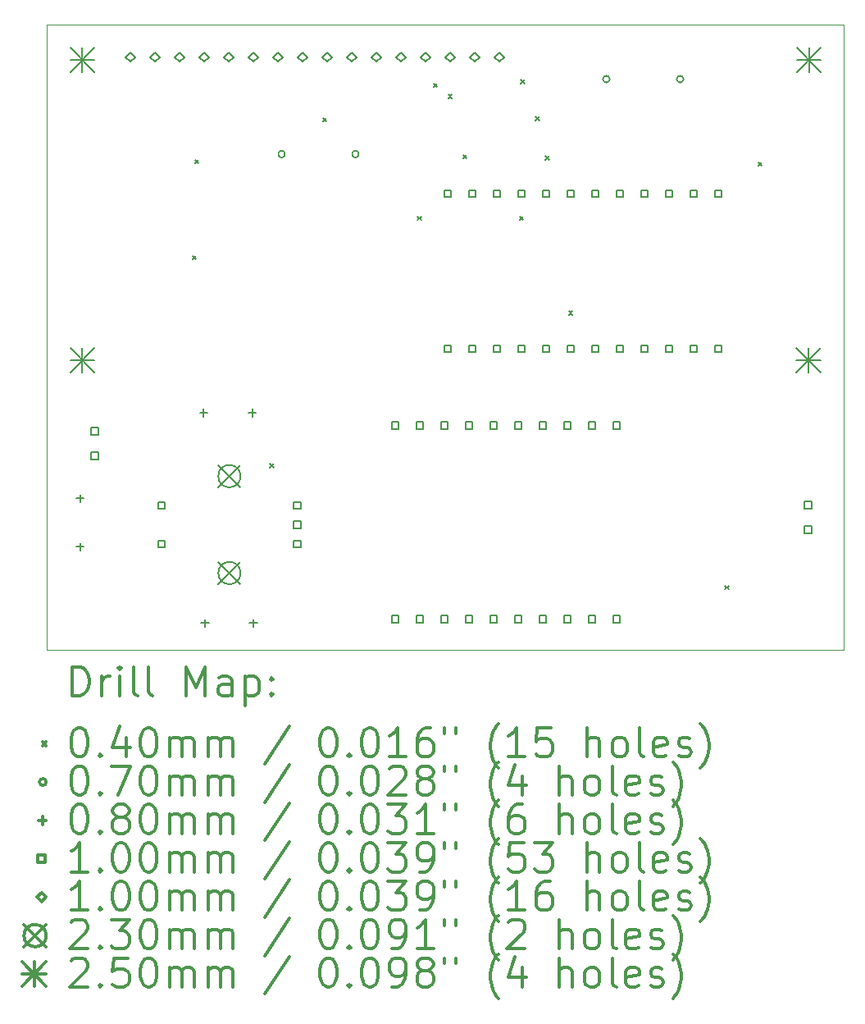
<source format=gbr>
%FSLAX45Y45*%
G04 Gerber Fmt 4.5, Leading zero omitted, Abs format (unit mm)*
G04 Created by KiCad (PCBNEW 4.0.4-stable) date 02/14/17 18:31:33*
%MOMM*%
%LPD*%
G01*
G04 APERTURE LIST*
%ADD10C,0.127000*%
%ADD11C,0.100000*%
%ADD12C,0.200000*%
%ADD13C,0.300000*%
G04 APERTURE END LIST*
D10*
D11*
X10731500Y-13169900D02*
X10731500Y-6718300D01*
X18961100Y-13169900D02*
X10731500Y-13169900D01*
X18961100Y-6718300D02*
X18961100Y-13169900D01*
X10731500Y-6718300D02*
X18961100Y-6718300D01*
D12*
X12235500Y-9098600D02*
X12275500Y-9138600D01*
X12275500Y-9098600D02*
X12235500Y-9138600D01*
X12260900Y-8108000D02*
X12300900Y-8148000D01*
X12300900Y-8108000D02*
X12260900Y-8148000D01*
X13035600Y-11244900D02*
X13075600Y-11284900D01*
X13075600Y-11244900D02*
X13035600Y-11284900D01*
X13581700Y-7676200D02*
X13621700Y-7716200D01*
X13621700Y-7676200D02*
X13581700Y-7716200D01*
X14559600Y-8692200D02*
X14599600Y-8732200D01*
X14599600Y-8692200D02*
X14559600Y-8732200D01*
X14724700Y-7320600D02*
X14764700Y-7360600D01*
X14764700Y-7320600D02*
X14724700Y-7360600D01*
X14877100Y-7434900D02*
X14917100Y-7474900D01*
X14917100Y-7434900D02*
X14877100Y-7474900D01*
X15029500Y-8057200D02*
X15069500Y-8097200D01*
X15069500Y-8057200D02*
X15029500Y-8097200D01*
X15613700Y-8692200D02*
X15653700Y-8732200D01*
X15653700Y-8692200D02*
X15613700Y-8732200D01*
X15626400Y-7282500D02*
X15666400Y-7322500D01*
X15666400Y-7282500D02*
X15626400Y-7322500D01*
X15778800Y-7663500D02*
X15818800Y-7703500D01*
X15818800Y-7663500D02*
X15778800Y-7703500D01*
X15880400Y-8069900D02*
X15920400Y-8109900D01*
X15920400Y-8069900D02*
X15880400Y-8109900D01*
X16121700Y-9670100D02*
X16161700Y-9710100D01*
X16161700Y-9670100D02*
X16121700Y-9710100D01*
X17734600Y-12502200D02*
X17774600Y-12542200D01*
X17774600Y-12502200D02*
X17734600Y-12542200D01*
X18077500Y-8133400D02*
X18117500Y-8173400D01*
X18117500Y-8133400D02*
X18077500Y-8173400D01*
X13192200Y-8051800D02*
G75*
G03X13192200Y-8051800I-35000J0D01*
G01*
X13954200Y-8051800D02*
G75*
G03X13954200Y-8051800I-35000J0D01*
G01*
X16545000Y-7277100D02*
G75*
G03X16545000Y-7277100I-35000J0D01*
G01*
X17307000Y-7277100D02*
G75*
G03X17307000Y-7277100I-35000J0D01*
G01*
X11074400Y-11563100D02*
X11074400Y-11643100D01*
X11034400Y-11603100D02*
X11114400Y-11603100D01*
X11074400Y-12063100D02*
X11074400Y-12143100D01*
X11034400Y-12103100D02*
X11114400Y-12103100D01*
X12352400Y-10678800D02*
X12352400Y-10758800D01*
X12312400Y-10718800D02*
X12392400Y-10718800D01*
X12365100Y-12850500D02*
X12365100Y-12930500D01*
X12325100Y-12890500D02*
X12405100Y-12890500D01*
X12852400Y-10678800D02*
X12852400Y-10758800D01*
X12812400Y-10718800D02*
X12892400Y-10718800D01*
X12865100Y-12850500D02*
X12865100Y-12930500D01*
X12825100Y-12890500D02*
X12905100Y-12890500D01*
X11262156Y-10944656D02*
X11262156Y-10873944D01*
X11191444Y-10873944D01*
X11191444Y-10944656D01*
X11262156Y-10944656D01*
X11262156Y-11198656D02*
X11262156Y-11127944D01*
X11191444Y-11127944D01*
X11191444Y-11198656D01*
X11262156Y-11198656D01*
X11952856Y-11709856D02*
X11952856Y-11639144D01*
X11882144Y-11639144D01*
X11882144Y-11709856D01*
X11952856Y-11709856D01*
X11952856Y-12109856D02*
X11952856Y-12039144D01*
X11882144Y-12039144D01*
X11882144Y-12109856D01*
X11952856Y-12109856D01*
X13352856Y-11709856D02*
X13352856Y-11639144D01*
X13282144Y-11639144D01*
X13282144Y-11709856D01*
X13352856Y-11709856D01*
X13352856Y-11909856D02*
X13352856Y-11839144D01*
X13282144Y-11839144D01*
X13282144Y-11909856D01*
X13352856Y-11909856D01*
X13352856Y-12109856D02*
X13352856Y-12039144D01*
X13282144Y-12039144D01*
X13282144Y-12109856D01*
X13352856Y-12109856D01*
X14362556Y-10886056D02*
X14362556Y-10815344D01*
X14291844Y-10815344D01*
X14291844Y-10886056D01*
X14362556Y-10886056D01*
X14362556Y-12886056D02*
X14362556Y-12815344D01*
X14291844Y-12815344D01*
X14291844Y-12886056D01*
X14362556Y-12886056D01*
X14616556Y-10886056D02*
X14616556Y-10815344D01*
X14545844Y-10815344D01*
X14545844Y-10886056D01*
X14616556Y-10886056D01*
X14616556Y-12886056D02*
X14616556Y-12815344D01*
X14545844Y-12815344D01*
X14545844Y-12886056D01*
X14616556Y-12886056D01*
X14870556Y-10886056D02*
X14870556Y-10815344D01*
X14799844Y-10815344D01*
X14799844Y-10886056D01*
X14870556Y-10886056D01*
X14870556Y-12886056D02*
X14870556Y-12815344D01*
X14799844Y-12815344D01*
X14799844Y-12886056D01*
X14870556Y-12886056D01*
X14907056Y-8493656D02*
X14907056Y-8422944D01*
X14836344Y-8422944D01*
X14836344Y-8493656D01*
X14907056Y-8493656D01*
X14907056Y-10093656D02*
X14907056Y-10022944D01*
X14836344Y-10022944D01*
X14836344Y-10093656D01*
X14907056Y-10093656D01*
X15124556Y-10886056D02*
X15124556Y-10815344D01*
X15053844Y-10815344D01*
X15053844Y-10886056D01*
X15124556Y-10886056D01*
X15124556Y-12886056D02*
X15124556Y-12815344D01*
X15053844Y-12815344D01*
X15053844Y-12886056D01*
X15124556Y-12886056D01*
X15161056Y-8493656D02*
X15161056Y-8422944D01*
X15090344Y-8422944D01*
X15090344Y-8493656D01*
X15161056Y-8493656D01*
X15161056Y-10093656D02*
X15161056Y-10022944D01*
X15090344Y-10022944D01*
X15090344Y-10093656D01*
X15161056Y-10093656D01*
X15378556Y-10886056D02*
X15378556Y-10815344D01*
X15307844Y-10815344D01*
X15307844Y-10886056D01*
X15378556Y-10886056D01*
X15378556Y-12886056D02*
X15378556Y-12815344D01*
X15307844Y-12815344D01*
X15307844Y-12886056D01*
X15378556Y-12886056D01*
X15415056Y-8493656D02*
X15415056Y-8422944D01*
X15344344Y-8422944D01*
X15344344Y-8493656D01*
X15415056Y-8493656D01*
X15415056Y-10093656D02*
X15415056Y-10022944D01*
X15344344Y-10022944D01*
X15344344Y-10093656D01*
X15415056Y-10093656D01*
X15632556Y-10886056D02*
X15632556Y-10815344D01*
X15561844Y-10815344D01*
X15561844Y-10886056D01*
X15632556Y-10886056D01*
X15632556Y-12886056D02*
X15632556Y-12815344D01*
X15561844Y-12815344D01*
X15561844Y-12886056D01*
X15632556Y-12886056D01*
X15669056Y-8493656D02*
X15669056Y-8422944D01*
X15598344Y-8422944D01*
X15598344Y-8493656D01*
X15669056Y-8493656D01*
X15669056Y-10093656D02*
X15669056Y-10022944D01*
X15598344Y-10022944D01*
X15598344Y-10093656D01*
X15669056Y-10093656D01*
X15886556Y-10886056D02*
X15886556Y-10815344D01*
X15815844Y-10815344D01*
X15815844Y-10886056D01*
X15886556Y-10886056D01*
X15886556Y-12886056D02*
X15886556Y-12815344D01*
X15815844Y-12815344D01*
X15815844Y-12886056D01*
X15886556Y-12886056D01*
X15923056Y-8493656D02*
X15923056Y-8422944D01*
X15852344Y-8422944D01*
X15852344Y-8493656D01*
X15923056Y-8493656D01*
X15923056Y-10093656D02*
X15923056Y-10022944D01*
X15852344Y-10022944D01*
X15852344Y-10093656D01*
X15923056Y-10093656D01*
X16140556Y-10886056D02*
X16140556Y-10815344D01*
X16069844Y-10815344D01*
X16069844Y-10886056D01*
X16140556Y-10886056D01*
X16140556Y-12886056D02*
X16140556Y-12815344D01*
X16069844Y-12815344D01*
X16069844Y-12886056D01*
X16140556Y-12886056D01*
X16177056Y-8493656D02*
X16177056Y-8422944D01*
X16106344Y-8422944D01*
X16106344Y-8493656D01*
X16177056Y-8493656D01*
X16177056Y-10093656D02*
X16177056Y-10022944D01*
X16106344Y-10022944D01*
X16106344Y-10093656D01*
X16177056Y-10093656D01*
X16394556Y-10886056D02*
X16394556Y-10815344D01*
X16323844Y-10815344D01*
X16323844Y-10886056D01*
X16394556Y-10886056D01*
X16394556Y-12886056D02*
X16394556Y-12815344D01*
X16323844Y-12815344D01*
X16323844Y-12886056D01*
X16394556Y-12886056D01*
X16431056Y-8493656D02*
X16431056Y-8422944D01*
X16360344Y-8422944D01*
X16360344Y-8493656D01*
X16431056Y-8493656D01*
X16431056Y-10093656D02*
X16431056Y-10022944D01*
X16360344Y-10022944D01*
X16360344Y-10093656D01*
X16431056Y-10093656D01*
X16648556Y-10886056D02*
X16648556Y-10815344D01*
X16577844Y-10815344D01*
X16577844Y-10886056D01*
X16648556Y-10886056D01*
X16648556Y-12886056D02*
X16648556Y-12815344D01*
X16577844Y-12815344D01*
X16577844Y-12886056D01*
X16648556Y-12886056D01*
X16685056Y-8493656D02*
X16685056Y-8422944D01*
X16614344Y-8422944D01*
X16614344Y-8493656D01*
X16685056Y-8493656D01*
X16685056Y-10093656D02*
X16685056Y-10022944D01*
X16614344Y-10022944D01*
X16614344Y-10093656D01*
X16685056Y-10093656D01*
X16939056Y-8493656D02*
X16939056Y-8422944D01*
X16868344Y-8422944D01*
X16868344Y-8493656D01*
X16939056Y-8493656D01*
X16939056Y-10093656D02*
X16939056Y-10022944D01*
X16868344Y-10022944D01*
X16868344Y-10093656D01*
X16939056Y-10093656D01*
X17193056Y-8493656D02*
X17193056Y-8422944D01*
X17122344Y-8422944D01*
X17122344Y-8493656D01*
X17193056Y-8493656D01*
X17193056Y-10093656D02*
X17193056Y-10022944D01*
X17122344Y-10022944D01*
X17122344Y-10093656D01*
X17193056Y-10093656D01*
X17447056Y-8493656D02*
X17447056Y-8422944D01*
X17376344Y-8422944D01*
X17376344Y-8493656D01*
X17447056Y-8493656D01*
X17447056Y-10093656D02*
X17447056Y-10022944D01*
X17376344Y-10022944D01*
X17376344Y-10093656D01*
X17447056Y-10093656D01*
X17701056Y-8493656D02*
X17701056Y-8422944D01*
X17630344Y-8422944D01*
X17630344Y-8493656D01*
X17701056Y-8493656D01*
X17701056Y-10093656D02*
X17701056Y-10022944D01*
X17630344Y-10022944D01*
X17630344Y-10093656D01*
X17701056Y-10093656D01*
X18628156Y-11706656D02*
X18628156Y-11635944D01*
X18557444Y-11635944D01*
X18557444Y-11706656D01*
X18628156Y-11706656D01*
X18628156Y-11960656D02*
X18628156Y-11889944D01*
X18557444Y-11889944D01*
X18557444Y-11960656D01*
X18628156Y-11960656D01*
X11597894Y-7099808D02*
X11647932Y-7049770D01*
X11597894Y-6999732D01*
X11547856Y-7049770D01*
X11597894Y-7099808D01*
X11851894Y-7099808D02*
X11901932Y-7049770D01*
X11851894Y-6999732D01*
X11801856Y-7049770D01*
X11851894Y-7099808D01*
X12105894Y-7099808D02*
X12155932Y-7049770D01*
X12105894Y-6999732D01*
X12055856Y-7049770D01*
X12105894Y-7099808D01*
X12359894Y-7099808D02*
X12409932Y-7049770D01*
X12359894Y-6999732D01*
X12309856Y-7049770D01*
X12359894Y-7099808D01*
X12613894Y-7099808D02*
X12663932Y-7049770D01*
X12613894Y-6999732D01*
X12563856Y-7049770D01*
X12613894Y-7099808D01*
X12867894Y-7099808D02*
X12917932Y-7049770D01*
X12867894Y-6999732D01*
X12817856Y-7049770D01*
X12867894Y-7099808D01*
X13121894Y-7099808D02*
X13171932Y-7049770D01*
X13121894Y-6999732D01*
X13071856Y-7049770D01*
X13121894Y-7099808D01*
X13375894Y-7099808D02*
X13425932Y-7049770D01*
X13375894Y-6999732D01*
X13325856Y-7049770D01*
X13375894Y-7099808D01*
X13629894Y-7099808D02*
X13679932Y-7049770D01*
X13629894Y-6999732D01*
X13579856Y-7049770D01*
X13629894Y-7099808D01*
X13883894Y-7099808D02*
X13933932Y-7049770D01*
X13883894Y-6999732D01*
X13833856Y-7049770D01*
X13883894Y-7099808D01*
X14137894Y-7099808D02*
X14187932Y-7049770D01*
X14137894Y-6999732D01*
X14087856Y-7049770D01*
X14137894Y-7099808D01*
X14391894Y-7099808D02*
X14441932Y-7049770D01*
X14391894Y-6999732D01*
X14341856Y-7049770D01*
X14391894Y-7099808D01*
X14645894Y-7099808D02*
X14695932Y-7049770D01*
X14645894Y-6999732D01*
X14595856Y-7049770D01*
X14645894Y-7099808D01*
X14899894Y-7099808D02*
X14949932Y-7049770D01*
X14899894Y-6999732D01*
X14849856Y-7049770D01*
X14899894Y-7099808D01*
X15153894Y-7099808D02*
X15203932Y-7049770D01*
X15153894Y-6999732D01*
X15103856Y-7049770D01*
X15153894Y-7099808D01*
X15407894Y-7099808D02*
X15457932Y-7049770D01*
X15407894Y-6999732D01*
X15357856Y-7049770D01*
X15407894Y-7099808D01*
X12502500Y-11259500D02*
X12732500Y-11489500D01*
X12732500Y-11259500D02*
X12502500Y-11489500D01*
X12732500Y-11374500D02*
G75*
G03X12732500Y-11374500I-115000J0D01*
G01*
X12502500Y-12259500D02*
X12732500Y-12489500D01*
X12732500Y-12259500D02*
X12502500Y-12489500D01*
X12732500Y-12374500D02*
G75*
G03X12732500Y-12374500I-115000J0D01*
G01*
X10973054Y-6954774D02*
X11222990Y-7204710D01*
X11222990Y-6954774D02*
X10973054Y-7204710D01*
X11098022Y-6954774D02*
X11098022Y-7204710D01*
X10973054Y-7079742D02*
X11222990Y-7079742D01*
X10973054Y-10054844D02*
X11222990Y-10304780D01*
X11222990Y-10054844D02*
X10973054Y-10304780D01*
X11098022Y-10054844D02*
X11098022Y-10304780D01*
X10973054Y-10179812D02*
X11222990Y-10179812D01*
X18472912Y-10054844D02*
X18722848Y-10304780D01*
X18722848Y-10054844D02*
X18472912Y-10304780D01*
X18597880Y-10054844D02*
X18597880Y-10304780D01*
X18472912Y-10179812D02*
X18722848Y-10179812D01*
X18477992Y-6954774D02*
X18727928Y-7204710D01*
X18727928Y-6954774D02*
X18477992Y-7204710D01*
X18602960Y-6954774D02*
X18602960Y-7204710D01*
X18477992Y-7079742D02*
X18727928Y-7079742D01*
D13*
X10997929Y-13640614D02*
X10997929Y-13340614D01*
X11069357Y-13340614D01*
X11112214Y-13354900D01*
X11140786Y-13383471D01*
X11155071Y-13412043D01*
X11169357Y-13469186D01*
X11169357Y-13512043D01*
X11155071Y-13569186D01*
X11140786Y-13597757D01*
X11112214Y-13626329D01*
X11069357Y-13640614D01*
X10997929Y-13640614D01*
X11297928Y-13640614D02*
X11297928Y-13440614D01*
X11297928Y-13497757D02*
X11312214Y-13469186D01*
X11326500Y-13454900D01*
X11355071Y-13440614D01*
X11383643Y-13440614D01*
X11483643Y-13640614D02*
X11483643Y-13440614D01*
X11483643Y-13340614D02*
X11469357Y-13354900D01*
X11483643Y-13369186D01*
X11497928Y-13354900D01*
X11483643Y-13340614D01*
X11483643Y-13369186D01*
X11669357Y-13640614D02*
X11640786Y-13626329D01*
X11626500Y-13597757D01*
X11626500Y-13340614D01*
X11826500Y-13640614D02*
X11797928Y-13626329D01*
X11783643Y-13597757D01*
X11783643Y-13340614D01*
X12169357Y-13640614D02*
X12169357Y-13340614D01*
X12269357Y-13554900D01*
X12369357Y-13340614D01*
X12369357Y-13640614D01*
X12640786Y-13640614D02*
X12640786Y-13483471D01*
X12626500Y-13454900D01*
X12597928Y-13440614D01*
X12540786Y-13440614D01*
X12512214Y-13454900D01*
X12640786Y-13626329D02*
X12612214Y-13640614D01*
X12540786Y-13640614D01*
X12512214Y-13626329D01*
X12497928Y-13597757D01*
X12497928Y-13569186D01*
X12512214Y-13540614D01*
X12540786Y-13526329D01*
X12612214Y-13526329D01*
X12640786Y-13512043D01*
X12783643Y-13440614D02*
X12783643Y-13740614D01*
X12783643Y-13454900D02*
X12812214Y-13440614D01*
X12869357Y-13440614D01*
X12897928Y-13454900D01*
X12912214Y-13469186D01*
X12926500Y-13497757D01*
X12926500Y-13583471D01*
X12912214Y-13612043D01*
X12897928Y-13626329D01*
X12869357Y-13640614D01*
X12812214Y-13640614D01*
X12783643Y-13626329D01*
X13055071Y-13612043D02*
X13069357Y-13626329D01*
X13055071Y-13640614D01*
X13040786Y-13626329D01*
X13055071Y-13612043D01*
X13055071Y-13640614D01*
X13055071Y-13454900D02*
X13069357Y-13469186D01*
X13055071Y-13483471D01*
X13040786Y-13469186D01*
X13055071Y-13454900D01*
X13055071Y-13483471D01*
X10686500Y-14114900D02*
X10726500Y-14154900D01*
X10726500Y-14114900D02*
X10686500Y-14154900D01*
X11055071Y-13970614D02*
X11083643Y-13970614D01*
X11112214Y-13984900D01*
X11126500Y-13999186D01*
X11140786Y-14027757D01*
X11155071Y-14084900D01*
X11155071Y-14156329D01*
X11140786Y-14213471D01*
X11126500Y-14242043D01*
X11112214Y-14256329D01*
X11083643Y-14270614D01*
X11055071Y-14270614D01*
X11026500Y-14256329D01*
X11012214Y-14242043D01*
X10997929Y-14213471D01*
X10983643Y-14156329D01*
X10983643Y-14084900D01*
X10997929Y-14027757D01*
X11012214Y-13999186D01*
X11026500Y-13984900D01*
X11055071Y-13970614D01*
X11283643Y-14242043D02*
X11297928Y-14256329D01*
X11283643Y-14270614D01*
X11269357Y-14256329D01*
X11283643Y-14242043D01*
X11283643Y-14270614D01*
X11555071Y-14070614D02*
X11555071Y-14270614D01*
X11483643Y-13956329D02*
X11412214Y-14170614D01*
X11597928Y-14170614D01*
X11769357Y-13970614D02*
X11797928Y-13970614D01*
X11826500Y-13984900D01*
X11840786Y-13999186D01*
X11855071Y-14027757D01*
X11869357Y-14084900D01*
X11869357Y-14156329D01*
X11855071Y-14213471D01*
X11840786Y-14242043D01*
X11826500Y-14256329D01*
X11797928Y-14270614D01*
X11769357Y-14270614D01*
X11740786Y-14256329D01*
X11726500Y-14242043D01*
X11712214Y-14213471D01*
X11697928Y-14156329D01*
X11697928Y-14084900D01*
X11712214Y-14027757D01*
X11726500Y-13999186D01*
X11740786Y-13984900D01*
X11769357Y-13970614D01*
X11997928Y-14270614D02*
X11997928Y-14070614D01*
X11997928Y-14099186D02*
X12012214Y-14084900D01*
X12040786Y-14070614D01*
X12083643Y-14070614D01*
X12112214Y-14084900D01*
X12126500Y-14113471D01*
X12126500Y-14270614D01*
X12126500Y-14113471D02*
X12140786Y-14084900D01*
X12169357Y-14070614D01*
X12212214Y-14070614D01*
X12240786Y-14084900D01*
X12255071Y-14113471D01*
X12255071Y-14270614D01*
X12397928Y-14270614D02*
X12397928Y-14070614D01*
X12397928Y-14099186D02*
X12412214Y-14084900D01*
X12440786Y-14070614D01*
X12483643Y-14070614D01*
X12512214Y-14084900D01*
X12526500Y-14113471D01*
X12526500Y-14270614D01*
X12526500Y-14113471D02*
X12540786Y-14084900D01*
X12569357Y-14070614D01*
X12612214Y-14070614D01*
X12640786Y-14084900D01*
X12655071Y-14113471D01*
X12655071Y-14270614D01*
X13240786Y-13956329D02*
X12983643Y-14342043D01*
X13626500Y-13970614D02*
X13655071Y-13970614D01*
X13683643Y-13984900D01*
X13697928Y-13999186D01*
X13712214Y-14027757D01*
X13726500Y-14084900D01*
X13726500Y-14156329D01*
X13712214Y-14213471D01*
X13697928Y-14242043D01*
X13683643Y-14256329D01*
X13655071Y-14270614D01*
X13626500Y-14270614D01*
X13597928Y-14256329D01*
X13583643Y-14242043D01*
X13569357Y-14213471D01*
X13555071Y-14156329D01*
X13555071Y-14084900D01*
X13569357Y-14027757D01*
X13583643Y-13999186D01*
X13597928Y-13984900D01*
X13626500Y-13970614D01*
X13855071Y-14242043D02*
X13869357Y-14256329D01*
X13855071Y-14270614D01*
X13840786Y-14256329D01*
X13855071Y-14242043D01*
X13855071Y-14270614D01*
X14055071Y-13970614D02*
X14083643Y-13970614D01*
X14112214Y-13984900D01*
X14126500Y-13999186D01*
X14140785Y-14027757D01*
X14155071Y-14084900D01*
X14155071Y-14156329D01*
X14140785Y-14213471D01*
X14126500Y-14242043D01*
X14112214Y-14256329D01*
X14083643Y-14270614D01*
X14055071Y-14270614D01*
X14026500Y-14256329D01*
X14012214Y-14242043D01*
X13997928Y-14213471D01*
X13983643Y-14156329D01*
X13983643Y-14084900D01*
X13997928Y-14027757D01*
X14012214Y-13999186D01*
X14026500Y-13984900D01*
X14055071Y-13970614D01*
X14440785Y-14270614D02*
X14269357Y-14270614D01*
X14355071Y-14270614D02*
X14355071Y-13970614D01*
X14326500Y-14013471D01*
X14297928Y-14042043D01*
X14269357Y-14056329D01*
X14697928Y-13970614D02*
X14640785Y-13970614D01*
X14612214Y-13984900D01*
X14597928Y-13999186D01*
X14569357Y-14042043D01*
X14555071Y-14099186D01*
X14555071Y-14213471D01*
X14569357Y-14242043D01*
X14583643Y-14256329D01*
X14612214Y-14270614D01*
X14669357Y-14270614D01*
X14697928Y-14256329D01*
X14712214Y-14242043D01*
X14726500Y-14213471D01*
X14726500Y-14142043D01*
X14712214Y-14113471D01*
X14697928Y-14099186D01*
X14669357Y-14084900D01*
X14612214Y-14084900D01*
X14583643Y-14099186D01*
X14569357Y-14113471D01*
X14555071Y-14142043D01*
X14840786Y-13970614D02*
X14840786Y-14027757D01*
X14955071Y-13970614D02*
X14955071Y-14027757D01*
X15397928Y-14384900D02*
X15383643Y-14370614D01*
X15355071Y-14327757D01*
X15340785Y-14299186D01*
X15326500Y-14256329D01*
X15312214Y-14184900D01*
X15312214Y-14127757D01*
X15326500Y-14056329D01*
X15340785Y-14013471D01*
X15355071Y-13984900D01*
X15383643Y-13942043D01*
X15397928Y-13927757D01*
X15669357Y-14270614D02*
X15497928Y-14270614D01*
X15583643Y-14270614D02*
X15583643Y-13970614D01*
X15555071Y-14013471D01*
X15526500Y-14042043D01*
X15497928Y-14056329D01*
X15940785Y-13970614D02*
X15797928Y-13970614D01*
X15783643Y-14113471D01*
X15797928Y-14099186D01*
X15826500Y-14084900D01*
X15897928Y-14084900D01*
X15926500Y-14099186D01*
X15940785Y-14113471D01*
X15955071Y-14142043D01*
X15955071Y-14213471D01*
X15940785Y-14242043D01*
X15926500Y-14256329D01*
X15897928Y-14270614D01*
X15826500Y-14270614D01*
X15797928Y-14256329D01*
X15783643Y-14242043D01*
X16312214Y-14270614D02*
X16312214Y-13970614D01*
X16440785Y-14270614D02*
X16440785Y-14113471D01*
X16426500Y-14084900D01*
X16397928Y-14070614D01*
X16355071Y-14070614D01*
X16326500Y-14084900D01*
X16312214Y-14099186D01*
X16626500Y-14270614D02*
X16597928Y-14256329D01*
X16583643Y-14242043D01*
X16569357Y-14213471D01*
X16569357Y-14127757D01*
X16583643Y-14099186D01*
X16597928Y-14084900D01*
X16626500Y-14070614D01*
X16669357Y-14070614D01*
X16697928Y-14084900D01*
X16712214Y-14099186D01*
X16726500Y-14127757D01*
X16726500Y-14213471D01*
X16712214Y-14242043D01*
X16697928Y-14256329D01*
X16669357Y-14270614D01*
X16626500Y-14270614D01*
X16897928Y-14270614D02*
X16869357Y-14256329D01*
X16855071Y-14227757D01*
X16855071Y-13970614D01*
X17126500Y-14256329D02*
X17097929Y-14270614D01*
X17040786Y-14270614D01*
X17012214Y-14256329D01*
X16997929Y-14227757D01*
X16997929Y-14113471D01*
X17012214Y-14084900D01*
X17040786Y-14070614D01*
X17097929Y-14070614D01*
X17126500Y-14084900D01*
X17140786Y-14113471D01*
X17140786Y-14142043D01*
X16997929Y-14170614D01*
X17255071Y-14256329D02*
X17283643Y-14270614D01*
X17340786Y-14270614D01*
X17369357Y-14256329D01*
X17383643Y-14227757D01*
X17383643Y-14213471D01*
X17369357Y-14184900D01*
X17340786Y-14170614D01*
X17297929Y-14170614D01*
X17269357Y-14156329D01*
X17255071Y-14127757D01*
X17255071Y-14113471D01*
X17269357Y-14084900D01*
X17297929Y-14070614D01*
X17340786Y-14070614D01*
X17369357Y-14084900D01*
X17483643Y-14384900D02*
X17497929Y-14370614D01*
X17526500Y-14327757D01*
X17540786Y-14299186D01*
X17555071Y-14256329D01*
X17569357Y-14184900D01*
X17569357Y-14127757D01*
X17555071Y-14056329D01*
X17540786Y-14013471D01*
X17526500Y-13984900D01*
X17497929Y-13942043D01*
X17483643Y-13927757D01*
X10726500Y-14530900D02*
G75*
G03X10726500Y-14530900I-35000J0D01*
G01*
X11055071Y-14366614D02*
X11083643Y-14366614D01*
X11112214Y-14380900D01*
X11126500Y-14395186D01*
X11140786Y-14423757D01*
X11155071Y-14480900D01*
X11155071Y-14552329D01*
X11140786Y-14609471D01*
X11126500Y-14638043D01*
X11112214Y-14652329D01*
X11083643Y-14666614D01*
X11055071Y-14666614D01*
X11026500Y-14652329D01*
X11012214Y-14638043D01*
X10997929Y-14609471D01*
X10983643Y-14552329D01*
X10983643Y-14480900D01*
X10997929Y-14423757D01*
X11012214Y-14395186D01*
X11026500Y-14380900D01*
X11055071Y-14366614D01*
X11283643Y-14638043D02*
X11297928Y-14652329D01*
X11283643Y-14666614D01*
X11269357Y-14652329D01*
X11283643Y-14638043D01*
X11283643Y-14666614D01*
X11397928Y-14366614D02*
X11597928Y-14366614D01*
X11469357Y-14666614D01*
X11769357Y-14366614D02*
X11797928Y-14366614D01*
X11826500Y-14380900D01*
X11840786Y-14395186D01*
X11855071Y-14423757D01*
X11869357Y-14480900D01*
X11869357Y-14552329D01*
X11855071Y-14609471D01*
X11840786Y-14638043D01*
X11826500Y-14652329D01*
X11797928Y-14666614D01*
X11769357Y-14666614D01*
X11740786Y-14652329D01*
X11726500Y-14638043D01*
X11712214Y-14609471D01*
X11697928Y-14552329D01*
X11697928Y-14480900D01*
X11712214Y-14423757D01*
X11726500Y-14395186D01*
X11740786Y-14380900D01*
X11769357Y-14366614D01*
X11997928Y-14666614D02*
X11997928Y-14466614D01*
X11997928Y-14495186D02*
X12012214Y-14480900D01*
X12040786Y-14466614D01*
X12083643Y-14466614D01*
X12112214Y-14480900D01*
X12126500Y-14509471D01*
X12126500Y-14666614D01*
X12126500Y-14509471D02*
X12140786Y-14480900D01*
X12169357Y-14466614D01*
X12212214Y-14466614D01*
X12240786Y-14480900D01*
X12255071Y-14509471D01*
X12255071Y-14666614D01*
X12397928Y-14666614D02*
X12397928Y-14466614D01*
X12397928Y-14495186D02*
X12412214Y-14480900D01*
X12440786Y-14466614D01*
X12483643Y-14466614D01*
X12512214Y-14480900D01*
X12526500Y-14509471D01*
X12526500Y-14666614D01*
X12526500Y-14509471D02*
X12540786Y-14480900D01*
X12569357Y-14466614D01*
X12612214Y-14466614D01*
X12640786Y-14480900D01*
X12655071Y-14509471D01*
X12655071Y-14666614D01*
X13240786Y-14352329D02*
X12983643Y-14738043D01*
X13626500Y-14366614D02*
X13655071Y-14366614D01*
X13683643Y-14380900D01*
X13697928Y-14395186D01*
X13712214Y-14423757D01*
X13726500Y-14480900D01*
X13726500Y-14552329D01*
X13712214Y-14609471D01*
X13697928Y-14638043D01*
X13683643Y-14652329D01*
X13655071Y-14666614D01*
X13626500Y-14666614D01*
X13597928Y-14652329D01*
X13583643Y-14638043D01*
X13569357Y-14609471D01*
X13555071Y-14552329D01*
X13555071Y-14480900D01*
X13569357Y-14423757D01*
X13583643Y-14395186D01*
X13597928Y-14380900D01*
X13626500Y-14366614D01*
X13855071Y-14638043D02*
X13869357Y-14652329D01*
X13855071Y-14666614D01*
X13840786Y-14652329D01*
X13855071Y-14638043D01*
X13855071Y-14666614D01*
X14055071Y-14366614D02*
X14083643Y-14366614D01*
X14112214Y-14380900D01*
X14126500Y-14395186D01*
X14140785Y-14423757D01*
X14155071Y-14480900D01*
X14155071Y-14552329D01*
X14140785Y-14609471D01*
X14126500Y-14638043D01*
X14112214Y-14652329D01*
X14083643Y-14666614D01*
X14055071Y-14666614D01*
X14026500Y-14652329D01*
X14012214Y-14638043D01*
X13997928Y-14609471D01*
X13983643Y-14552329D01*
X13983643Y-14480900D01*
X13997928Y-14423757D01*
X14012214Y-14395186D01*
X14026500Y-14380900D01*
X14055071Y-14366614D01*
X14269357Y-14395186D02*
X14283643Y-14380900D01*
X14312214Y-14366614D01*
X14383643Y-14366614D01*
X14412214Y-14380900D01*
X14426500Y-14395186D01*
X14440785Y-14423757D01*
X14440785Y-14452329D01*
X14426500Y-14495186D01*
X14255071Y-14666614D01*
X14440785Y-14666614D01*
X14612214Y-14495186D02*
X14583643Y-14480900D01*
X14569357Y-14466614D01*
X14555071Y-14438043D01*
X14555071Y-14423757D01*
X14569357Y-14395186D01*
X14583643Y-14380900D01*
X14612214Y-14366614D01*
X14669357Y-14366614D01*
X14697928Y-14380900D01*
X14712214Y-14395186D01*
X14726500Y-14423757D01*
X14726500Y-14438043D01*
X14712214Y-14466614D01*
X14697928Y-14480900D01*
X14669357Y-14495186D01*
X14612214Y-14495186D01*
X14583643Y-14509471D01*
X14569357Y-14523757D01*
X14555071Y-14552329D01*
X14555071Y-14609471D01*
X14569357Y-14638043D01*
X14583643Y-14652329D01*
X14612214Y-14666614D01*
X14669357Y-14666614D01*
X14697928Y-14652329D01*
X14712214Y-14638043D01*
X14726500Y-14609471D01*
X14726500Y-14552329D01*
X14712214Y-14523757D01*
X14697928Y-14509471D01*
X14669357Y-14495186D01*
X14840786Y-14366614D02*
X14840786Y-14423757D01*
X14955071Y-14366614D02*
X14955071Y-14423757D01*
X15397928Y-14780900D02*
X15383643Y-14766614D01*
X15355071Y-14723757D01*
X15340785Y-14695186D01*
X15326500Y-14652329D01*
X15312214Y-14580900D01*
X15312214Y-14523757D01*
X15326500Y-14452329D01*
X15340785Y-14409471D01*
X15355071Y-14380900D01*
X15383643Y-14338043D01*
X15397928Y-14323757D01*
X15640785Y-14466614D02*
X15640785Y-14666614D01*
X15569357Y-14352329D02*
X15497928Y-14566614D01*
X15683643Y-14566614D01*
X16026500Y-14666614D02*
X16026500Y-14366614D01*
X16155071Y-14666614D02*
X16155071Y-14509471D01*
X16140785Y-14480900D01*
X16112214Y-14466614D01*
X16069357Y-14466614D01*
X16040785Y-14480900D01*
X16026500Y-14495186D01*
X16340785Y-14666614D02*
X16312214Y-14652329D01*
X16297928Y-14638043D01*
X16283643Y-14609471D01*
X16283643Y-14523757D01*
X16297928Y-14495186D01*
X16312214Y-14480900D01*
X16340785Y-14466614D01*
X16383643Y-14466614D01*
X16412214Y-14480900D01*
X16426500Y-14495186D01*
X16440785Y-14523757D01*
X16440785Y-14609471D01*
X16426500Y-14638043D01*
X16412214Y-14652329D01*
X16383643Y-14666614D01*
X16340785Y-14666614D01*
X16612214Y-14666614D02*
X16583643Y-14652329D01*
X16569357Y-14623757D01*
X16569357Y-14366614D01*
X16840786Y-14652329D02*
X16812214Y-14666614D01*
X16755071Y-14666614D01*
X16726500Y-14652329D01*
X16712214Y-14623757D01*
X16712214Y-14509471D01*
X16726500Y-14480900D01*
X16755071Y-14466614D01*
X16812214Y-14466614D01*
X16840786Y-14480900D01*
X16855071Y-14509471D01*
X16855071Y-14538043D01*
X16712214Y-14566614D01*
X16969357Y-14652329D02*
X16997929Y-14666614D01*
X17055071Y-14666614D01*
X17083643Y-14652329D01*
X17097929Y-14623757D01*
X17097929Y-14609471D01*
X17083643Y-14580900D01*
X17055071Y-14566614D01*
X17012214Y-14566614D01*
X16983643Y-14552329D01*
X16969357Y-14523757D01*
X16969357Y-14509471D01*
X16983643Y-14480900D01*
X17012214Y-14466614D01*
X17055071Y-14466614D01*
X17083643Y-14480900D01*
X17197928Y-14780900D02*
X17212214Y-14766614D01*
X17240786Y-14723757D01*
X17255071Y-14695186D01*
X17269357Y-14652329D01*
X17283643Y-14580900D01*
X17283643Y-14523757D01*
X17269357Y-14452329D01*
X17255071Y-14409471D01*
X17240786Y-14380900D01*
X17212214Y-14338043D01*
X17197928Y-14323757D01*
X10686500Y-14886900D02*
X10686500Y-14966900D01*
X10646500Y-14926900D02*
X10726500Y-14926900D01*
X11055071Y-14762614D02*
X11083643Y-14762614D01*
X11112214Y-14776900D01*
X11126500Y-14791186D01*
X11140786Y-14819757D01*
X11155071Y-14876900D01*
X11155071Y-14948329D01*
X11140786Y-15005471D01*
X11126500Y-15034043D01*
X11112214Y-15048329D01*
X11083643Y-15062614D01*
X11055071Y-15062614D01*
X11026500Y-15048329D01*
X11012214Y-15034043D01*
X10997929Y-15005471D01*
X10983643Y-14948329D01*
X10983643Y-14876900D01*
X10997929Y-14819757D01*
X11012214Y-14791186D01*
X11026500Y-14776900D01*
X11055071Y-14762614D01*
X11283643Y-15034043D02*
X11297928Y-15048329D01*
X11283643Y-15062614D01*
X11269357Y-15048329D01*
X11283643Y-15034043D01*
X11283643Y-15062614D01*
X11469357Y-14891186D02*
X11440786Y-14876900D01*
X11426500Y-14862614D01*
X11412214Y-14834043D01*
X11412214Y-14819757D01*
X11426500Y-14791186D01*
X11440786Y-14776900D01*
X11469357Y-14762614D01*
X11526500Y-14762614D01*
X11555071Y-14776900D01*
X11569357Y-14791186D01*
X11583643Y-14819757D01*
X11583643Y-14834043D01*
X11569357Y-14862614D01*
X11555071Y-14876900D01*
X11526500Y-14891186D01*
X11469357Y-14891186D01*
X11440786Y-14905471D01*
X11426500Y-14919757D01*
X11412214Y-14948329D01*
X11412214Y-15005471D01*
X11426500Y-15034043D01*
X11440786Y-15048329D01*
X11469357Y-15062614D01*
X11526500Y-15062614D01*
X11555071Y-15048329D01*
X11569357Y-15034043D01*
X11583643Y-15005471D01*
X11583643Y-14948329D01*
X11569357Y-14919757D01*
X11555071Y-14905471D01*
X11526500Y-14891186D01*
X11769357Y-14762614D02*
X11797928Y-14762614D01*
X11826500Y-14776900D01*
X11840786Y-14791186D01*
X11855071Y-14819757D01*
X11869357Y-14876900D01*
X11869357Y-14948329D01*
X11855071Y-15005471D01*
X11840786Y-15034043D01*
X11826500Y-15048329D01*
X11797928Y-15062614D01*
X11769357Y-15062614D01*
X11740786Y-15048329D01*
X11726500Y-15034043D01*
X11712214Y-15005471D01*
X11697928Y-14948329D01*
X11697928Y-14876900D01*
X11712214Y-14819757D01*
X11726500Y-14791186D01*
X11740786Y-14776900D01*
X11769357Y-14762614D01*
X11997928Y-15062614D02*
X11997928Y-14862614D01*
X11997928Y-14891186D02*
X12012214Y-14876900D01*
X12040786Y-14862614D01*
X12083643Y-14862614D01*
X12112214Y-14876900D01*
X12126500Y-14905471D01*
X12126500Y-15062614D01*
X12126500Y-14905471D02*
X12140786Y-14876900D01*
X12169357Y-14862614D01*
X12212214Y-14862614D01*
X12240786Y-14876900D01*
X12255071Y-14905471D01*
X12255071Y-15062614D01*
X12397928Y-15062614D02*
X12397928Y-14862614D01*
X12397928Y-14891186D02*
X12412214Y-14876900D01*
X12440786Y-14862614D01*
X12483643Y-14862614D01*
X12512214Y-14876900D01*
X12526500Y-14905471D01*
X12526500Y-15062614D01*
X12526500Y-14905471D02*
X12540786Y-14876900D01*
X12569357Y-14862614D01*
X12612214Y-14862614D01*
X12640786Y-14876900D01*
X12655071Y-14905471D01*
X12655071Y-15062614D01*
X13240786Y-14748329D02*
X12983643Y-15134043D01*
X13626500Y-14762614D02*
X13655071Y-14762614D01*
X13683643Y-14776900D01*
X13697928Y-14791186D01*
X13712214Y-14819757D01*
X13726500Y-14876900D01*
X13726500Y-14948329D01*
X13712214Y-15005471D01*
X13697928Y-15034043D01*
X13683643Y-15048329D01*
X13655071Y-15062614D01*
X13626500Y-15062614D01*
X13597928Y-15048329D01*
X13583643Y-15034043D01*
X13569357Y-15005471D01*
X13555071Y-14948329D01*
X13555071Y-14876900D01*
X13569357Y-14819757D01*
X13583643Y-14791186D01*
X13597928Y-14776900D01*
X13626500Y-14762614D01*
X13855071Y-15034043D02*
X13869357Y-15048329D01*
X13855071Y-15062614D01*
X13840786Y-15048329D01*
X13855071Y-15034043D01*
X13855071Y-15062614D01*
X14055071Y-14762614D02*
X14083643Y-14762614D01*
X14112214Y-14776900D01*
X14126500Y-14791186D01*
X14140785Y-14819757D01*
X14155071Y-14876900D01*
X14155071Y-14948329D01*
X14140785Y-15005471D01*
X14126500Y-15034043D01*
X14112214Y-15048329D01*
X14083643Y-15062614D01*
X14055071Y-15062614D01*
X14026500Y-15048329D01*
X14012214Y-15034043D01*
X13997928Y-15005471D01*
X13983643Y-14948329D01*
X13983643Y-14876900D01*
X13997928Y-14819757D01*
X14012214Y-14791186D01*
X14026500Y-14776900D01*
X14055071Y-14762614D01*
X14255071Y-14762614D02*
X14440785Y-14762614D01*
X14340785Y-14876900D01*
X14383643Y-14876900D01*
X14412214Y-14891186D01*
X14426500Y-14905471D01*
X14440785Y-14934043D01*
X14440785Y-15005471D01*
X14426500Y-15034043D01*
X14412214Y-15048329D01*
X14383643Y-15062614D01*
X14297928Y-15062614D01*
X14269357Y-15048329D01*
X14255071Y-15034043D01*
X14726500Y-15062614D02*
X14555071Y-15062614D01*
X14640785Y-15062614D02*
X14640785Y-14762614D01*
X14612214Y-14805471D01*
X14583643Y-14834043D01*
X14555071Y-14848329D01*
X14840786Y-14762614D02*
X14840786Y-14819757D01*
X14955071Y-14762614D02*
X14955071Y-14819757D01*
X15397928Y-15176900D02*
X15383643Y-15162614D01*
X15355071Y-15119757D01*
X15340785Y-15091186D01*
X15326500Y-15048329D01*
X15312214Y-14976900D01*
X15312214Y-14919757D01*
X15326500Y-14848329D01*
X15340785Y-14805471D01*
X15355071Y-14776900D01*
X15383643Y-14734043D01*
X15397928Y-14719757D01*
X15640785Y-14762614D02*
X15583643Y-14762614D01*
X15555071Y-14776900D01*
X15540785Y-14791186D01*
X15512214Y-14834043D01*
X15497928Y-14891186D01*
X15497928Y-15005471D01*
X15512214Y-15034043D01*
X15526500Y-15048329D01*
X15555071Y-15062614D01*
X15612214Y-15062614D01*
X15640785Y-15048329D01*
X15655071Y-15034043D01*
X15669357Y-15005471D01*
X15669357Y-14934043D01*
X15655071Y-14905471D01*
X15640785Y-14891186D01*
X15612214Y-14876900D01*
X15555071Y-14876900D01*
X15526500Y-14891186D01*
X15512214Y-14905471D01*
X15497928Y-14934043D01*
X16026500Y-15062614D02*
X16026500Y-14762614D01*
X16155071Y-15062614D02*
X16155071Y-14905471D01*
X16140785Y-14876900D01*
X16112214Y-14862614D01*
X16069357Y-14862614D01*
X16040785Y-14876900D01*
X16026500Y-14891186D01*
X16340785Y-15062614D02*
X16312214Y-15048329D01*
X16297928Y-15034043D01*
X16283643Y-15005471D01*
X16283643Y-14919757D01*
X16297928Y-14891186D01*
X16312214Y-14876900D01*
X16340785Y-14862614D01*
X16383643Y-14862614D01*
X16412214Y-14876900D01*
X16426500Y-14891186D01*
X16440785Y-14919757D01*
X16440785Y-15005471D01*
X16426500Y-15034043D01*
X16412214Y-15048329D01*
X16383643Y-15062614D01*
X16340785Y-15062614D01*
X16612214Y-15062614D02*
X16583643Y-15048329D01*
X16569357Y-15019757D01*
X16569357Y-14762614D01*
X16840786Y-15048329D02*
X16812214Y-15062614D01*
X16755071Y-15062614D01*
X16726500Y-15048329D01*
X16712214Y-15019757D01*
X16712214Y-14905471D01*
X16726500Y-14876900D01*
X16755071Y-14862614D01*
X16812214Y-14862614D01*
X16840786Y-14876900D01*
X16855071Y-14905471D01*
X16855071Y-14934043D01*
X16712214Y-14962614D01*
X16969357Y-15048329D02*
X16997929Y-15062614D01*
X17055071Y-15062614D01*
X17083643Y-15048329D01*
X17097929Y-15019757D01*
X17097929Y-15005471D01*
X17083643Y-14976900D01*
X17055071Y-14962614D01*
X17012214Y-14962614D01*
X16983643Y-14948329D01*
X16969357Y-14919757D01*
X16969357Y-14905471D01*
X16983643Y-14876900D01*
X17012214Y-14862614D01*
X17055071Y-14862614D01*
X17083643Y-14876900D01*
X17197928Y-15176900D02*
X17212214Y-15162614D01*
X17240786Y-15119757D01*
X17255071Y-15091186D01*
X17269357Y-15048329D01*
X17283643Y-14976900D01*
X17283643Y-14919757D01*
X17269357Y-14848329D01*
X17255071Y-14805471D01*
X17240786Y-14776900D01*
X17212214Y-14734043D01*
X17197928Y-14719757D01*
X10711856Y-15358256D02*
X10711856Y-15287544D01*
X10641144Y-15287544D01*
X10641144Y-15358256D01*
X10711856Y-15358256D01*
X11155071Y-15458614D02*
X10983643Y-15458614D01*
X11069357Y-15458614D02*
X11069357Y-15158614D01*
X11040786Y-15201471D01*
X11012214Y-15230043D01*
X10983643Y-15244329D01*
X11283643Y-15430043D02*
X11297928Y-15444329D01*
X11283643Y-15458614D01*
X11269357Y-15444329D01*
X11283643Y-15430043D01*
X11283643Y-15458614D01*
X11483643Y-15158614D02*
X11512214Y-15158614D01*
X11540786Y-15172900D01*
X11555071Y-15187186D01*
X11569357Y-15215757D01*
X11583643Y-15272900D01*
X11583643Y-15344329D01*
X11569357Y-15401471D01*
X11555071Y-15430043D01*
X11540786Y-15444329D01*
X11512214Y-15458614D01*
X11483643Y-15458614D01*
X11455071Y-15444329D01*
X11440786Y-15430043D01*
X11426500Y-15401471D01*
X11412214Y-15344329D01*
X11412214Y-15272900D01*
X11426500Y-15215757D01*
X11440786Y-15187186D01*
X11455071Y-15172900D01*
X11483643Y-15158614D01*
X11769357Y-15158614D02*
X11797928Y-15158614D01*
X11826500Y-15172900D01*
X11840786Y-15187186D01*
X11855071Y-15215757D01*
X11869357Y-15272900D01*
X11869357Y-15344329D01*
X11855071Y-15401471D01*
X11840786Y-15430043D01*
X11826500Y-15444329D01*
X11797928Y-15458614D01*
X11769357Y-15458614D01*
X11740786Y-15444329D01*
X11726500Y-15430043D01*
X11712214Y-15401471D01*
X11697928Y-15344329D01*
X11697928Y-15272900D01*
X11712214Y-15215757D01*
X11726500Y-15187186D01*
X11740786Y-15172900D01*
X11769357Y-15158614D01*
X11997928Y-15458614D02*
X11997928Y-15258614D01*
X11997928Y-15287186D02*
X12012214Y-15272900D01*
X12040786Y-15258614D01*
X12083643Y-15258614D01*
X12112214Y-15272900D01*
X12126500Y-15301471D01*
X12126500Y-15458614D01*
X12126500Y-15301471D02*
X12140786Y-15272900D01*
X12169357Y-15258614D01*
X12212214Y-15258614D01*
X12240786Y-15272900D01*
X12255071Y-15301471D01*
X12255071Y-15458614D01*
X12397928Y-15458614D02*
X12397928Y-15258614D01*
X12397928Y-15287186D02*
X12412214Y-15272900D01*
X12440786Y-15258614D01*
X12483643Y-15258614D01*
X12512214Y-15272900D01*
X12526500Y-15301471D01*
X12526500Y-15458614D01*
X12526500Y-15301471D02*
X12540786Y-15272900D01*
X12569357Y-15258614D01*
X12612214Y-15258614D01*
X12640786Y-15272900D01*
X12655071Y-15301471D01*
X12655071Y-15458614D01*
X13240786Y-15144329D02*
X12983643Y-15530043D01*
X13626500Y-15158614D02*
X13655071Y-15158614D01*
X13683643Y-15172900D01*
X13697928Y-15187186D01*
X13712214Y-15215757D01*
X13726500Y-15272900D01*
X13726500Y-15344329D01*
X13712214Y-15401471D01*
X13697928Y-15430043D01*
X13683643Y-15444329D01*
X13655071Y-15458614D01*
X13626500Y-15458614D01*
X13597928Y-15444329D01*
X13583643Y-15430043D01*
X13569357Y-15401471D01*
X13555071Y-15344329D01*
X13555071Y-15272900D01*
X13569357Y-15215757D01*
X13583643Y-15187186D01*
X13597928Y-15172900D01*
X13626500Y-15158614D01*
X13855071Y-15430043D02*
X13869357Y-15444329D01*
X13855071Y-15458614D01*
X13840786Y-15444329D01*
X13855071Y-15430043D01*
X13855071Y-15458614D01*
X14055071Y-15158614D02*
X14083643Y-15158614D01*
X14112214Y-15172900D01*
X14126500Y-15187186D01*
X14140785Y-15215757D01*
X14155071Y-15272900D01*
X14155071Y-15344329D01*
X14140785Y-15401471D01*
X14126500Y-15430043D01*
X14112214Y-15444329D01*
X14083643Y-15458614D01*
X14055071Y-15458614D01*
X14026500Y-15444329D01*
X14012214Y-15430043D01*
X13997928Y-15401471D01*
X13983643Y-15344329D01*
X13983643Y-15272900D01*
X13997928Y-15215757D01*
X14012214Y-15187186D01*
X14026500Y-15172900D01*
X14055071Y-15158614D01*
X14255071Y-15158614D02*
X14440785Y-15158614D01*
X14340785Y-15272900D01*
X14383643Y-15272900D01*
X14412214Y-15287186D01*
X14426500Y-15301471D01*
X14440785Y-15330043D01*
X14440785Y-15401471D01*
X14426500Y-15430043D01*
X14412214Y-15444329D01*
X14383643Y-15458614D01*
X14297928Y-15458614D01*
X14269357Y-15444329D01*
X14255071Y-15430043D01*
X14583643Y-15458614D02*
X14640785Y-15458614D01*
X14669357Y-15444329D01*
X14683643Y-15430043D01*
X14712214Y-15387186D01*
X14726500Y-15330043D01*
X14726500Y-15215757D01*
X14712214Y-15187186D01*
X14697928Y-15172900D01*
X14669357Y-15158614D01*
X14612214Y-15158614D01*
X14583643Y-15172900D01*
X14569357Y-15187186D01*
X14555071Y-15215757D01*
X14555071Y-15287186D01*
X14569357Y-15315757D01*
X14583643Y-15330043D01*
X14612214Y-15344329D01*
X14669357Y-15344329D01*
X14697928Y-15330043D01*
X14712214Y-15315757D01*
X14726500Y-15287186D01*
X14840786Y-15158614D02*
X14840786Y-15215757D01*
X14955071Y-15158614D02*
X14955071Y-15215757D01*
X15397928Y-15572900D02*
X15383643Y-15558614D01*
X15355071Y-15515757D01*
X15340785Y-15487186D01*
X15326500Y-15444329D01*
X15312214Y-15372900D01*
X15312214Y-15315757D01*
X15326500Y-15244329D01*
X15340785Y-15201471D01*
X15355071Y-15172900D01*
X15383643Y-15130043D01*
X15397928Y-15115757D01*
X15655071Y-15158614D02*
X15512214Y-15158614D01*
X15497928Y-15301471D01*
X15512214Y-15287186D01*
X15540785Y-15272900D01*
X15612214Y-15272900D01*
X15640785Y-15287186D01*
X15655071Y-15301471D01*
X15669357Y-15330043D01*
X15669357Y-15401471D01*
X15655071Y-15430043D01*
X15640785Y-15444329D01*
X15612214Y-15458614D01*
X15540785Y-15458614D01*
X15512214Y-15444329D01*
X15497928Y-15430043D01*
X15769357Y-15158614D02*
X15955071Y-15158614D01*
X15855071Y-15272900D01*
X15897928Y-15272900D01*
X15926500Y-15287186D01*
X15940785Y-15301471D01*
X15955071Y-15330043D01*
X15955071Y-15401471D01*
X15940785Y-15430043D01*
X15926500Y-15444329D01*
X15897928Y-15458614D01*
X15812214Y-15458614D01*
X15783643Y-15444329D01*
X15769357Y-15430043D01*
X16312214Y-15458614D02*
X16312214Y-15158614D01*
X16440785Y-15458614D02*
X16440785Y-15301471D01*
X16426500Y-15272900D01*
X16397928Y-15258614D01*
X16355071Y-15258614D01*
X16326500Y-15272900D01*
X16312214Y-15287186D01*
X16626500Y-15458614D02*
X16597928Y-15444329D01*
X16583643Y-15430043D01*
X16569357Y-15401471D01*
X16569357Y-15315757D01*
X16583643Y-15287186D01*
X16597928Y-15272900D01*
X16626500Y-15258614D01*
X16669357Y-15258614D01*
X16697928Y-15272900D01*
X16712214Y-15287186D01*
X16726500Y-15315757D01*
X16726500Y-15401471D01*
X16712214Y-15430043D01*
X16697928Y-15444329D01*
X16669357Y-15458614D01*
X16626500Y-15458614D01*
X16897928Y-15458614D02*
X16869357Y-15444329D01*
X16855071Y-15415757D01*
X16855071Y-15158614D01*
X17126500Y-15444329D02*
X17097929Y-15458614D01*
X17040786Y-15458614D01*
X17012214Y-15444329D01*
X16997929Y-15415757D01*
X16997929Y-15301471D01*
X17012214Y-15272900D01*
X17040786Y-15258614D01*
X17097929Y-15258614D01*
X17126500Y-15272900D01*
X17140786Y-15301471D01*
X17140786Y-15330043D01*
X16997929Y-15358614D01*
X17255071Y-15444329D02*
X17283643Y-15458614D01*
X17340786Y-15458614D01*
X17369357Y-15444329D01*
X17383643Y-15415757D01*
X17383643Y-15401471D01*
X17369357Y-15372900D01*
X17340786Y-15358614D01*
X17297929Y-15358614D01*
X17269357Y-15344329D01*
X17255071Y-15315757D01*
X17255071Y-15301471D01*
X17269357Y-15272900D01*
X17297929Y-15258614D01*
X17340786Y-15258614D01*
X17369357Y-15272900D01*
X17483643Y-15572900D02*
X17497929Y-15558614D01*
X17526500Y-15515757D01*
X17540786Y-15487186D01*
X17555071Y-15444329D01*
X17569357Y-15372900D01*
X17569357Y-15315757D01*
X17555071Y-15244329D01*
X17540786Y-15201471D01*
X17526500Y-15172900D01*
X17497929Y-15130043D01*
X17483643Y-15115757D01*
X10676462Y-15768938D02*
X10726500Y-15718900D01*
X10676462Y-15668862D01*
X10626424Y-15718900D01*
X10676462Y-15768938D01*
X11155071Y-15854614D02*
X10983643Y-15854614D01*
X11069357Y-15854614D02*
X11069357Y-15554614D01*
X11040786Y-15597471D01*
X11012214Y-15626043D01*
X10983643Y-15640329D01*
X11283643Y-15826043D02*
X11297928Y-15840329D01*
X11283643Y-15854614D01*
X11269357Y-15840329D01*
X11283643Y-15826043D01*
X11283643Y-15854614D01*
X11483643Y-15554614D02*
X11512214Y-15554614D01*
X11540786Y-15568900D01*
X11555071Y-15583186D01*
X11569357Y-15611757D01*
X11583643Y-15668900D01*
X11583643Y-15740329D01*
X11569357Y-15797471D01*
X11555071Y-15826043D01*
X11540786Y-15840329D01*
X11512214Y-15854614D01*
X11483643Y-15854614D01*
X11455071Y-15840329D01*
X11440786Y-15826043D01*
X11426500Y-15797471D01*
X11412214Y-15740329D01*
X11412214Y-15668900D01*
X11426500Y-15611757D01*
X11440786Y-15583186D01*
X11455071Y-15568900D01*
X11483643Y-15554614D01*
X11769357Y-15554614D02*
X11797928Y-15554614D01*
X11826500Y-15568900D01*
X11840786Y-15583186D01*
X11855071Y-15611757D01*
X11869357Y-15668900D01*
X11869357Y-15740329D01*
X11855071Y-15797471D01*
X11840786Y-15826043D01*
X11826500Y-15840329D01*
X11797928Y-15854614D01*
X11769357Y-15854614D01*
X11740786Y-15840329D01*
X11726500Y-15826043D01*
X11712214Y-15797471D01*
X11697928Y-15740329D01*
X11697928Y-15668900D01*
X11712214Y-15611757D01*
X11726500Y-15583186D01*
X11740786Y-15568900D01*
X11769357Y-15554614D01*
X11997928Y-15854614D02*
X11997928Y-15654614D01*
X11997928Y-15683186D02*
X12012214Y-15668900D01*
X12040786Y-15654614D01*
X12083643Y-15654614D01*
X12112214Y-15668900D01*
X12126500Y-15697471D01*
X12126500Y-15854614D01*
X12126500Y-15697471D02*
X12140786Y-15668900D01*
X12169357Y-15654614D01*
X12212214Y-15654614D01*
X12240786Y-15668900D01*
X12255071Y-15697471D01*
X12255071Y-15854614D01*
X12397928Y-15854614D02*
X12397928Y-15654614D01*
X12397928Y-15683186D02*
X12412214Y-15668900D01*
X12440786Y-15654614D01*
X12483643Y-15654614D01*
X12512214Y-15668900D01*
X12526500Y-15697471D01*
X12526500Y-15854614D01*
X12526500Y-15697471D02*
X12540786Y-15668900D01*
X12569357Y-15654614D01*
X12612214Y-15654614D01*
X12640786Y-15668900D01*
X12655071Y-15697471D01*
X12655071Y-15854614D01*
X13240786Y-15540329D02*
X12983643Y-15926043D01*
X13626500Y-15554614D02*
X13655071Y-15554614D01*
X13683643Y-15568900D01*
X13697928Y-15583186D01*
X13712214Y-15611757D01*
X13726500Y-15668900D01*
X13726500Y-15740329D01*
X13712214Y-15797471D01*
X13697928Y-15826043D01*
X13683643Y-15840329D01*
X13655071Y-15854614D01*
X13626500Y-15854614D01*
X13597928Y-15840329D01*
X13583643Y-15826043D01*
X13569357Y-15797471D01*
X13555071Y-15740329D01*
X13555071Y-15668900D01*
X13569357Y-15611757D01*
X13583643Y-15583186D01*
X13597928Y-15568900D01*
X13626500Y-15554614D01*
X13855071Y-15826043D02*
X13869357Y-15840329D01*
X13855071Y-15854614D01*
X13840786Y-15840329D01*
X13855071Y-15826043D01*
X13855071Y-15854614D01*
X14055071Y-15554614D02*
X14083643Y-15554614D01*
X14112214Y-15568900D01*
X14126500Y-15583186D01*
X14140785Y-15611757D01*
X14155071Y-15668900D01*
X14155071Y-15740329D01*
X14140785Y-15797471D01*
X14126500Y-15826043D01*
X14112214Y-15840329D01*
X14083643Y-15854614D01*
X14055071Y-15854614D01*
X14026500Y-15840329D01*
X14012214Y-15826043D01*
X13997928Y-15797471D01*
X13983643Y-15740329D01*
X13983643Y-15668900D01*
X13997928Y-15611757D01*
X14012214Y-15583186D01*
X14026500Y-15568900D01*
X14055071Y-15554614D01*
X14255071Y-15554614D02*
X14440785Y-15554614D01*
X14340785Y-15668900D01*
X14383643Y-15668900D01*
X14412214Y-15683186D01*
X14426500Y-15697471D01*
X14440785Y-15726043D01*
X14440785Y-15797471D01*
X14426500Y-15826043D01*
X14412214Y-15840329D01*
X14383643Y-15854614D01*
X14297928Y-15854614D01*
X14269357Y-15840329D01*
X14255071Y-15826043D01*
X14583643Y-15854614D02*
X14640785Y-15854614D01*
X14669357Y-15840329D01*
X14683643Y-15826043D01*
X14712214Y-15783186D01*
X14726500Y-15726043D01*
X14726500Y-15611757D01*
X14712214Y-15583186D01*
X14697928Y-15568900D01*
X14669357Y-15554614D01*
X14612214Y-15554614D01*
X14583643Y-15568900D01*
X14569357Y-15583186D01*
X14555071Y-15611757D01*
X14555071Y-15683186D01*
X14569357Y-15711757D01*
X14583643Y-15726043D01*
X14612214Y-15740329D01*
X14669357Y-15740329D01*
X14697928Y-15726043D01*
X14712214Y-15711757D01*
X14726500Y-15683186D01*
X14840786Y-15554614D02*
X14840786Y-15611757D01*
X14955071Y-15554614D02*
X14955071Y-15611757D01*
X15397928Y-15968900D02*
X15383643Y-15954614D01*
X15355071Y-15911757D01*
X15340785Y-15883186D01*
X15326500Y-15840329D01*
X15312214Y-15768900D01*
X15312214Y-15711757D01*
X15326500Y-15640329D01*
X15340785Y-15597471D01*
X15355071Y-15568900D01*
X15383643Y-15526043D01*
X15397928Y-15511757D01*
X15669357Y-15854614D02*
X15497928Y-15854614D01*
X15583643Y-15854614D02*
X15583643Y-15554614D01*
X15555071Y-15597471D01*
X15526500Y-15626043D01*
X15497928Y-15640329D01*
X15926500Y-15554614D02*
X15869357Y-15554614D01*
X15840785Y-15568900D01*
X15826500Y-15583186D01*
X15797928Y-15626043D01*
X15783643Y-15683186D01*
X15783643Y-15797471D01*
X15797928Y-15826043D01*
X15812214Y-15840329D01*
X15840785Y-15854614D01*
X15897928Y-15854614D01*
X15926500Y-15840329D01*
X15940785Y-15826043D01*
X15955071Y-15797471D01*
X15955071Y-15726043D01*
X15940785Y-15697471D01*
X15926500Y-15683186D01*
X15897928Y-15668900D01*
X15840785Y-15668900D01*
X15812214Y-15683186D01*
X15797928Y-15697471D01*
X15783643Y-15726043D01*
X16312214Y-15854614D02*
X16312214Y-15554614D01*
X16440785Y-15854614D02*
X16440785Y-15697471D01*
X16426500Y-15668900D01*
X16397928Y-15654614D01*
X16355071Y-15654614D01*
X16326500Y-15668900D01*
X16312214Y-15683186D01*
X16626500Y-15854614D02*
X16597928Y-15840329D01*
X16583643Y-15826043D01*
X16569357Y-15797471D01*
X16569357Y-15711757D01*
X16583643Y-15683186D01*
X16597928Y-15668900D01*
X16626500Y-15654614D01*
X16669357Y-15654614D01*
X16697928Y-15668900D01*
X16712214Y-15683186D01*
X16726500Y-15711757D01*
X16726500Y-15797471D01*
X16712214Y-15826043D01*
X16697928Y-15840329D01*
X16669357Y-15854614D01*
X16626500Y-15854614D01*
X16897928Y-15854614D02*
X16869357Y-15840329D01*
X16855071Y-15811757D01*
X16855071Y-15554614D01*
X17126500Y-15840329D02*
X17097929Y-15854614D01*
X17040786Y-15854614D01*
X17012214Y-15840329D01*
X16997929Y-15811757D01*
X16997929Y-15697471D01*
X17012214Y-15668900D01*
X17040786Y-15654614D01*
X17097929Y-15654614D01*
X17126500Y-15668900D01*
X17140786Y-15697471D01*
X17140786Y-15726043D01*
X16997929Y-15754614D01*
X17255071Y-15840329D02*
X17283643Y-15854614D01*
X17340786Y-15854614D01*
X17369357Y-15840329D01*
X17383643Y-15811757D01*
X17383643Y-15797471D01*
X17369357Y-15768900D01*
X17340786Y-15754614D01*
X17297929Y-15754614D01*
X17269357Y-15740329D01*
X17255071Y-15711757D01*
X17255071Y-15697471D01*
X17269357Y-15668900D01*
X17297929Y-15654614D01*
X17340786Y-15654614D01*
X17369357Y-15668900D01*
X17483643Y-15968900D02*
X17497929Y-15954614D01*
X17526500Y-15911757D01*
X17540786Y-15883186D01*
X17555071Y-15840329D01*
X17569357Y-15768900D01*
X17569357Y-15711757D01*
X17555071Y-15640329D01*
X17540786Y-15597471D01*
X17526500Y-15568900D01*
X17497929Y-15526043D01*
X17483643Y-15511757D01*
X10496500Y-15999900D02*
X10726500Y-16229900D01*
X10726500Y-15999900D02*
X10496500Y-16229900D01*
X10726500Y-16114900D02*
G75*
G03X10726500Y-16114900I-115000J0D01*
G01*
X10983643Y-15979186D02*
X10997929Y-15964900D01*
X11026500Y-15950614D01*
X11097929Y-15950614D01*
X11126500Y-15964900D01*
X11140786Y-15979186D01*
X11155071Y-16007757D01*
X11155071Y-16036329D01*
X11140786Y-16079186D01*
X10969357Y-16250614D01*
X11155071Y-16250614D01*
X11283643Y-16222043D02*
X11297928Y-16236329D01*
X11283643Y-16250614D01*
X11269357Y-16236329D01*
X11283643Y-16222043D01*
X11283643Y-16250614D01*
X11397928Y-15950614D02*
X11583643Y-15950614D01*
X11483643Y-16064900D01*
X11526500Y-16064900D01*
X11555071Y-16079186D01*
X11569357Y-16093471D01*
X11583643Y-16122043D01*
X11583643Y-16193471D01*
X11569357Y-16222043D01*
X11555071Y-16236329D01*
X11526500Y-16250614D01*
X11440786Y-16250614D01*
X11412214Y-16236329D01*
X11397928Y-16222043D01*
X11769357Y-15950614D02*
X11797928Y-15950614D01*
X11826500Y-15964900D01*
X11840786Y-15979186D01*
X11855071Y-16007757D01*
X11869357Y-16064900D01*
X11869357Y-16136329D01*
X11855071Y-16193471D01*
X11840786Y-16222043D01*
X11826500Y-16236329D01*
X11797928Y-16250614D01*
X11769357Y-16250614D01*
X11740786Y-16236329D01*
X11726500Y-16222043D01*
X11712214Y-16193471D01*
X11697928Y-16136329D01*
X11697928Y-16064900D01*
X11712214Y-16007757D01*
X11726500Y-15979186D01*
X11740786Y-15964900D01*
X11769357Y-15950614D01*
X11997928Y-16250614D02*
X11997928Y-16050614D01*
X11997928Y-16079186D02*
X12012214Y-16064900D01*
X12040786Y-16050614D01*
X12083643Y-16050614D01*
X12112214Y-16064900D01*
X12126500Y-16093471D01*
X12126500Y-16250614D01*
X12126500Y-16093471D02*
X12140786Y-16064900D01*
X12169357Y-16050614D01*
X12212214Y-16050614D01*
X12240786Y-16064900D01*
X12255071Y-16093471D01*
X12255071Y-16250614D01*
X12397928Y-16250614D02*
X12397928Y-16050614D01*
X12397928Y-16079186D02*
X12412214Y-16064900D01*
X12440786Y-16050614D01*
X12483643Y-16050614D01*
X12512214Y-16064900D01*
X12526500Y-16093471D01*
X12526500Y-16250614D01*
X12526500Y-16093471D02*
X12540786Y-16064900D01*
X12569357Y-16050614D01*
X12612214Y-16050614D01*
X12640786Y-16064900D01*
X12655071Y-16093471D01*
X12655071Y-16250614D01*
X13240786Y-15936329D02*
X12983643Y-16322043D01*
X13626500Y-15950614D02*
X13655071Y-15950614D01*
X13683643Y-15964900D01*
X13697928Y-15979186D01*
X13712214Y-16007757D01*
X13726500Y-16064900D01*
X13726500Y-16136329D01*
X13712214Y-16193471D01*
X13697928Y-16222043D01*
X13683643Y-16236329D01*
X13655071Y-16250614D01*
X13626500Y-16250614D01*
X13597928Y-16236329D01*
X13583643Y-16222043D01*
X13569357Y-16193471D01*
X13555071Y-16136329D01*
X13555071Y-16064900D01*
X13569357Y-16007757D01*
X13583643Y-15979186D01*
X13597928Y-15964900D01*
X13626500Y-15950614D01*
X13855071Y-16222043D02*
X13869357Y-16236329D01*
X13855071Y-16250614D01*
X13840786Y-16236329D01*
X13855071Y-16222043D01*
X13855071Y-16250614D01*
X14055071Y-15950614D02*
X14083643Y-15950614D01*
X14112214Y-15964900D01*
X14126500Y-15979186D01*
X14140785Y-16007757D01*
X14155071Y-16064900D01*
X14155071Y-16136329D01*
X14140785Y-16193471D01*
X14126500Y-16222043D01*
X14112214Y-16236329D01*
X14083643Y-16250614D01*
X14055071Y-16250614D01*
X14026500Y-16236329D01*
X14012214Y-16222043D01*
X13997928Y-16193471D01*
X13983643Y-16136329D01*
X13983643Y-16064900D01*
X13997928Y-16007757D01*
X14012214Y-15979186D01*
X14026500Y-15964900D01*
X14055071Y-15950614D01*
X14297928Y-16250614D02*
X14355071Y-16250614D01*
X14383643Y-16236329D01*
X14397928Y-16222043D01*
X14426500Y-16179186D01*
X14440785Y-16122043D01*
X14440785Y-16007757D01*
X14426500Y-15979186D01*
X14412214Y-15964900D01*
X14383643Y-15950614D01*
X14326500Y-15950614D01*
X14297928Y-15964900D01*
X14283643Y-15979186D01*
X14269357Y-16007757D01*
X14269357Y-16079186D01*
X14283643Y-16107757D01*
X14297928Y-16122043D01*
X14326500Y-16136329D01*
X14383643Y-16136329D01*
X14412214Y-16122043D01*
X14426500Y-16107757D01*
X14440785Y-16079186D01*
X14726500Y-16250614D02*
X14555071Y-16250614D01*
X14640785Y-16250614D02*
X14640785Y-15950614D01*
X14612214Y-15993471D01*
X14583643Y-16022043D01*
X14555071Y-16036329D01*
X14840786Y-15950614D02*
X14840786Y-16007757D01*
X14955071Y-15950614D02*
X14955071Y-16007757D01*
X15397928Y-16364900D02*
X15383643Y-16350614D01*
X15355071Y-16307757D01*
X15340785Y-16279186D01*
X15326500Y-16236329D01*
X15312214Y-16164900D01*
X15312214Y-16107757D01*
X15326500Y-16036329D01*
X15340785Y-15993471D01*
X15355071Y-15964900D01*
X15383643Y-15922043D01*
X15397928Y-15907757D01*
X15497928Y-15979186D02*
X15512214Y-15964900D01*
X15540785Y-15950614D01*
X15612214Y-15950614D01*
X15640785Y-15964900D01*
X15655071Y-15979186D01*
X15669357Y-16007757D01*
X15669357Y-16036329D01*
X15655071Y-16079186D01*
X15483643Y-16250614D01*
X15669357Y-16250614D01*
X16026500Y-16250614D02*
X16026500Y-15950614D01*
X16155071Y-16250614D02*
X16155071Y-16093471D01*
X16140785Y-16064900D01*
X16112214Y-16050614D01*
X16069357Y-16050614D01*
X16040785Y-16064900D01*
X16026500Y-16079186D01*
X16340785Y-16250614D02*
X16312214Y-16236329D01*
X16297928Y-16222043D01*
X16283643Y-16193471D01*
X16283643Y-16107757D01*
X16297928Y-16079186D01*
X16312214Y-16064900D01*
X16340785Y-16050614D01*
X16383643Y-16050614D01*
X16412214Y-16064900D01*
X16426500Y-16079186D01*
X16440785Y-16107757D01*
X16440785Y-16193471D01*
X16426500Y-16222043D01*
X16412214Y-16236329D01*
X16383643Y-16250614D01*
X16340785Y-16250614D01*
X16612214Y-16250614D02*
X16583643Y-16236329D01*
X16569357Y-16207757D01*
X16569357Y-15950614D01*
X16840786Y-16236329D02*
X16812214Y-16250614D01*
X16755071Y-16250614D01*
X16726500Y-16236329D01*
X16712214Y-16207757D01*
X16712214Y-16093471D01*
X16726500Y-16064900D01*
X16755071Y-16050614D01*
X16812214Y-16050614D01*
X16840786Y-16064900D01*
X16855071Y-16093471D01*
X16855071Y-16122043D01*
X16712214Y-16150614D01*
X16969357Y-16236329D02*
X16997929Y-16250614D01*
X17055071Y-16250614D01*
X17083643Y-16236329D01*
X17097929Y-16207757D01*
X17097929Y-16193471D01*
X17083643Y-16164900D01*
X17055071Y-16150614D01*
X17012214Y-16150614D01*
X16983643Y-16136329D01*
X16969357Y-16107757D01*
X16969357Y-16093471D01*
X16983643Y-16064900D01*
X17012214Y-16050614D01*
X17055071Y-16050614D01*
X17083643Y-16064900D01*
X17197928Y-16364900D02*
X17212214Y-16350614D01*
X17240786Y-16307757D01*
X17255071Y-16279186D01*
X17269357Y-16236329D01*
X17283643Y-16164900D01*
X17283643Y-16107757D01*
X17269357Y-16036329D01*
X17255071Y-15993471D01*
X17240786Y-15964900D01*
X17212214Y-15922043D01*
X17197928Y-15907757D01*
X10476564Y-16385932D02*
X10726500Y-16635868D01*
X10726500Y-16385932D02*
X10476564Y-16635868D01*
X10601532Y-16385932D02*
X10601532Y-16635868D01*
X10476564Y-16510900D02*
X10726500Y-16510900D01*
X10983643Y-16375186D02*
X10997929Y-16360900D01*
X11026500Y-16346614D01*
X11097929Y-16346614D01*
X11126500Y-16360900D01*
X11140786Y-16375186D01*
X11155071Y-16403757D01*
X11155071Y-16432329D01*
X11140786Y-16475186D01*
X10969357Y-16646614D01*
X11155071Y-16646614D01*
X11283643Y-16618043D02*
X11297928Y-16632329D01*
X11283643Y-16646614D01*
X11269357Y-16632329D01*
X11283643Y-16618043D01*
X11283643Y-16646614D01*
X11569357Y-16346614D02*
X11426500Y-16346614D01*
X11412214Y-16489471D01*
X11426500Y-16475186D01*
X11455071Y-16460900D01*
X11526500Y-16460900D01*
X11555071Y-16475186D01*
X11569357Y-16489471D01*
X11583643Y-16518043D01*
X11583643Y-16589471D01*
X11569357Y-16618043D01*
X11555071Y-16632329D01*
X11526500Y-16646614D01*
X11455071Y-16646614D01*
X11426500Y-16632329D01*
X11412214Y-16618043D01*
X11769357Y-16346614D02*
X11797928Y-16346614D01*
X11826500Y-16360900D01*
X11840786Y-16375186D01*
X11855071Y-16403757D01*
X11869357Y-16460900D01*
X11869357Y-16532329D01*
X11855071Y-16589471D01*
X11840786Y-16618043D01*
X11826500Y-16632329D01*
X11797928Y-16646614D01*
X11769357Y-16646614D01*
X11740786Y-16632329D01*
X11726500Y-16618043D01*
X11712214Y-16589471D01*
X11697928Y-16532329D01*
X11697928Y-16460900D01*
X11712214Y-16403757D01*
X11726500Y-16375186D01*
X11740786Y-16360900D01*
X11769357Y-16346614D01*
X11997928Y-16646614D02*
X11997928Y-16446614D01*
X11997928Y-16475186D02*
X12012214Y-16460900D01*
X12040786Y-16446614D01*
X12083643Y-16446614D01*
X12112214Y-16460900D01*
X12126500Y-16489471D01*
X12126500Y-16646614D01*
X12126500Y-16489471D02*
X12140786Y-16460900D01*
X12169357Y-16446614D01*
X12212214Y-16446614D01*
X12240786Y-16460900D01*
X12255071Y-16489471D01*
X12255071Y-16646614D01*
X12397928Y-16646614D02*
X12397928Y-16446614D01*
X12397928Y-16475186D02*
X12412214Y-16460900D01*
X12440786Y-16446614D01*
X12483643Y-16446614D01*
X12512214Y-16460900D01*
X12526500Y-16489471D01*
X12526500Y-16646614D01*
X12526500Y-16489471D02*
X12540786Y-16460900D01*
X12569357Y-16446614D01*
X12612214Y-16446614D01*
X12640786Y-16460900D01*
X12655071Y-16489471D01*
X12655071Y-16646614D01*
X13240786Y-16332329D02*
X12983643Y-16718043D01*
X13626500Y-16346614D02*
X13655071Y-16346614D01*
X13683643Y-16360900D01*
X13697928Y-16375186D01*
X13712214Y-16403757D01*
X13726500Y-16460900D01*
X13726500Y-16532329D01*
X13712214Y-16589471D01*
X13697928Y-16618043D01*
X13683643Y-16632329D01*
X13655071Y-16646614D01*
X13626500Y-16646614D01*
X13597928Y-16632329D01*
X13583643Y-16618043D01*
X13569357Y-16589471D01*
X13555071Y-16532329D01*
X13555071Y-16460900D01*
X13569357Y-16403757D01*
X13583643Y-16375186D01*
X13597928Y-16360900D01*
X13626500Y-16346614D01*
X13855071Y-16618043D02*
X13869357Y-16632329D01*
X13855071Y-16646614D01*
X13840786Y-16632329D01*
X13855071Y-16618043D01*
X13855071Y-16646614D01*
X14055071Y-16346614D02*
X14083643Y-16346614D01*
X14112214Y-16360900D01*
X14126500Y-16375186D01*
X14140785Y-16403757D01*
X14155071Y-16460900D01*
X14155071Y-16532329D01*
X14140785Y-16589471D01*
X14126500Y-16618043D01*
X14112214Y-16632329D01*
X14083643Y-16646614D01*
X14055071Y-16646614D01*
X14026500Y-16632329D01*
X14012214Y-16618043D01*
X13997928Y-16589471D01*
X13983643Y-16532329D01*
X13983643Y-16460900D01*
X13997928Y-16403757D01*
X14012214Y-16375186D01*
X14026500Y-16360900D01*
X14055071Y-16346614D01*
X14297928Y-16646614D02*
X14355071Y-16646614D01*
X14383643Y-16632329D01*
X14397928Y-16618043D01*
X14426500Y-16575186D01*
X14440785Y-16518043D01*
X14440785Y-16403757D01*
X14426500Y-16375186D01*
X14412214Y-16360900D01*
X14383643Y-16346614D01*
X14326500Y-16346614D01*
X14297928Y-16360900D01*
X14283643Y-16375186D01*
X14269357Y-16403757D01*
X14269357Y-16475186D01*
X14283643Y-16503757D01*
X14297928Y-16518043D01*
X14326500Y-16532329D01*
X14383643Y-16532329D01*
X14412214Y-16518043D01*
X14426500Y-16503757D01*
X14440785Y-16475186D01*
X14612214Y-16475186D02*
X14583643Y-16460900D01*
X14569357Y-16446614D01*
X14555071Y-16418043D01*
X14555071Y-16403757D01*
X14569357Y-16375186D01*
X14583643Y-16360900D01*
X14612214Y-16346614D01*
X14669357Y-16346614D01*
X14697928Y-16360900D01*
X14712214Y-16375186D01*
X14726500Y-16403757D01*
X14726500Y-16418043D01*
X14712214Y-16446614D01*
X14697928Y-16460900D01*
X14669357Y-16475186D01*
X14612214Y-16475186D01*
X14583643Y-16489471D01*
X14569357Y-16503757D01*
X14555071Y-16532329D01*
X14555071Y-16589471D01*
X14569357Y-16618043D01*
X14583643Y-16632329D01*
X14612214Y-16646614D01*
X14669357Y-16646614D01*
X14697928Y-16632329D01*
X14712214Y-16618043D01*
X14726500Y-16589471D01*
X14726500Y-16532329D01*
X14712214Y-16503757D01*
X14697928Y-16489471D01*
X14669357Y-16475186D01*
X14840786Y-16346614D02*
X14840786Y-16403757D01*
X14955071Y-16346614D02*
X14955071Y-16403757D01*
X15397928Y-16760900D02*
X15383643Y-16746614D01*
X15355071Y-16703757D01*
X15340785Y-16675186D01*
X15326500Y-16632329D01*
X15312214Y-16560900D01*
X15312214Y-16503757D01*
X15326500Y-16432329D01*
X15340785Y-16389471D01*
X15355071Y-16360900D01*
X15383643Y-16318043D01*
X15397928Y-16303757D01*
X15640785Y-16446614D02*
X15640785Y-16646614D01*
X15569357Y-16332329D02*
X15497928Y-16546614D01*
X15683643Y-16546614D01*
X16026500Y-16646614D02*
X16026500Y-16346614D01*
X16155071Y-16646614D02*
X16155071Y-16489471D01*
X16140785Y-16460900D01*
X16112214Y-16446614D01*
X16069357Y-16446614D01*
X16040785Y-16460900D01*
X16026500Y-16475186D01*
X16340785Y-16646614D02*
X16312214Y-16632329D01*
X16297928Y-16618043D01*
X16283643Y-16589471D01*
X16283643Y-16503757D01*
X16297928Y-16475186D01*
X16312214Y-16460900D01*
X16340785Y-16446614D01*
X16383643Y-16446614D01*
X16412214Y-16460900D01*
X16426500Y-16475186D01*
X16440785Y-16503757D01*
X16440785Y-16589471D01*
X16426500Y-16618043D01*
X16412214Y-16632329D01*
X16383643Y-16646614D01*
X16340785Y-16646614D01*
X16612214Y-16646614D02*
X16583643Y-16632329D01*
X16569357Y-16603757D01*
X16569357Y-16346614D01*
X16840786Y-16632329D02*
X16812214Y-16646614D01*
X16755071Y-16646614D01*
X16726500Y-16632329D01*
X16712214Y-16603757D01*
X16712214Y-16489471D01*
X16726500Y-16460900D01*
X16755071Y-16446614D01*
X16812214Y-16446614D01*
X16840786Y-16460900D01*
X16855071Y-16489471D01*
X16855071Y-16518043D01*
X16712214Y-16546614D01*
X16969357Y-16632329D02*
X16997929Y-16646614D01*
X17055071Y-16646614D01*
X17083643Y-16632329D01*
X17097929Y-16603757D01*
X17097929Y-16589471D01*
X17083643Y-16560900D01*
X17055071Y-16546614D01*
X17012214Y-16546614D01*
X16983643Y-16532329D01*
X16969357Y-16503757D01*
X16969357Y-16489471D01*
X16983643Y-16460900D01*
X17012214Y-16446614D01*
X17055071Y-16446614D01*
X17083643Y-16460900D01*
X17197928Y-16760900D02*
X17212214Y-16746614D01*
X17240786Y-16703757D01*
X17255071Y-16675186D01*
X17269357Y-16632329D01*
X17283643Y-16560900D01*
X17283643Y-16503757D01*
X17269357Y-16432329D01*
X17255071Y-16389471D01*
X17240786Y-16360900D01*
X17212214Y-16318043D01*
X17197928Y-16303757D01*
M02*

</source>
